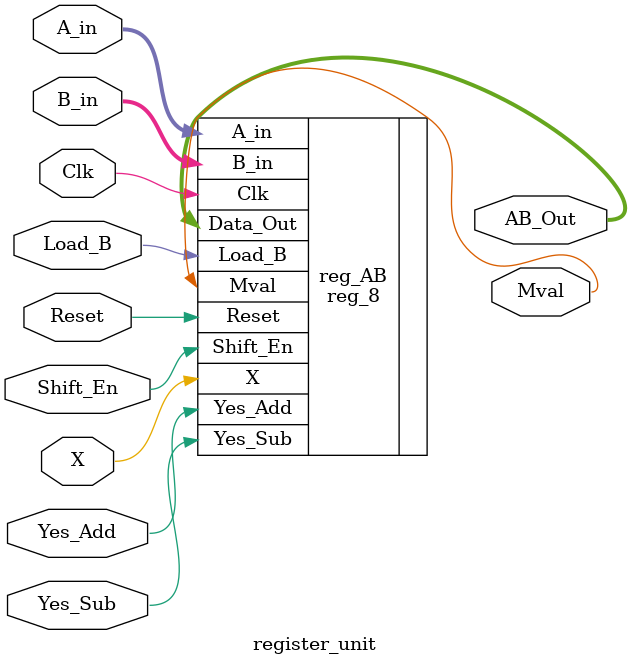
<source format=sv>
module register_unit (
	input  logic 		  Clk, 
	input  logic 		  Reset, 
	input  logic 		  Shift_En,
	input  logic          Yes_Add,
	input  logic          Yes_Sub,
	input  logic          Load_B,
	input  logic [7:0]  	A_in,
	input  logic [7:0]  	B_in,
	input  logic			X,

	output logic [15:0]   AB_Out,
	output logic 		  Mval
	
);


	reg_8 reg_AB (
		.Clk            (Clk), 
		.Reset          (Reset),

		//.Load           (Ld_X),
		.Yes_Add		(Yes_Add),
		.Yes_Sub		(Yes_Sub),
		.Load_B			(Load_B),
		.Shift_En       (Shift_En),
		.A_in              (A_in),
		.B_in              (B_in),


		.X				(X),
		.Data_Out       (AB_Out),
		.Mval			(Mval) //post-shift
	);

	

endmodule

</source>
